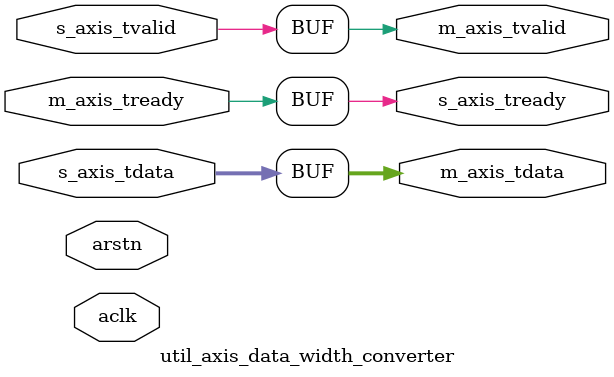
<source format=v>

`timescale 1ns/100ps

module util_axis_data_width_converter #(
    parameter slave_width = 1,
    parameter master_width = 1
  )
  (
    //axi streaming clock and reset.
    input                   aclk,
    input                   arstn,
    //master output axis
    (* mark_debug = "true", keep = "true" *)output [(master_width*8)-1:0] m_axis_tdata,
    (* mark_debug = "true", keep = "true" *)output                        m_axis_tvalid,
    (* mark_debug = "true", keep = "true" *)input                         m_axis_tready,
    //slave input axis
    input  [(slave_width*8)-1:0]  s_axis_tdata,
    input                         s_axis_tvalid,
    output                        s_axis_tready
  );
  
  //genvars
  genvar gen_index;
  
  generate
    //if they are the same... there really isn't a point.
    if(slave_width == master_width) begin
      assign m_axis_tdata  = s_axis_tdata;
      assign m_axis_tvalid = s_axis_tvalid;
      assign s_axis_tready = m_axis_tready;
    //slave is smaller, use register build up method.
    end else if(slave_width < master_width) begin
      //buffer
      reg [(slave_width*8)-1:0]  reg_data_buffer[master_width/slave_width-1:0];
      reg         reg_data_valid;
      //counter
      reg [clogb2(master_width):0] counter;
      //index
      reg [clogb2(master_width):0] index;
      
      reg p_m_axis_tready;
      
      //when ready lets let the component feeding us know.
      assign s_axis_tready  = (m_axis_tready | ~p_m_axis_tready) & arstn;
      //send out a reg valid to match reg data
      assign m_axis_tvalid  = reg_data_valid;
      
      //generate wires to connect reg_data_buffer to tdata out. reg_valid selects buffer if data is valid.
      for(gen_index = 0; gen_index < (master_width/slave_width); gen_index = gen_index + 1) begin
        assign m_axis_tdata[(8*slave_width*(gen_index+1))-1:8*slave_width*gen_index] = (reg_data_valid == 1'b1 ? reg_data_buffer[gen_index] : 0);
      end
      
      //process data
      always @(posedge aclk) begin
        //clear all
        if(arstn == 1'b0) begin
          for(index = 0; index < (master_width/slave_width); index = index + 1) begin
            reg_data_buffer[index] <= 0;
          end
          reg_data_valid    <= 0;
          counter           <= (master_width/slave_width)-1;
          p_m_axis_tready   <= 0;
        end else begin
          //when ready, 0 out data so we don't send out the same thing over and over.
          //if we are still sending data, the if below will blow this up (in a good way).
          if(m_axis_tready == 1'b1) begin
            reg_data_valid  <= 0;
            //no valid data, so lets 0 out previous to allow a valid assert of data without ready to happen.
            p_m_axis_tready <= 0;
          end
          
          //valid data and we are ready for data, or per axis standard we pump out valid data and wait for ready to continue.
          if((s_axis_tvalid == 1'b1) && (~p_m_axis_tready || m_axis_tready)) begin
            reg_data_buffer[counter] <= s_axis_tdata;
            
            p_m_axis_tready <= 1'b1;
            
            counter <= counter - 1;
            
            if(counter == 0) begin
              counter         <= (master_width/slave_width)-1;
              reg_data_valid  <= 1;
            end
          end
        end
      end
    //slave input is larger then master register method
    end else begin
      //buffer
      reg [(master_width*8)-1:0] reg_data_buffer[slave_width/master_width-1:0];
      reg                        reg_data_valid;
      reg [(master_width*8)-1:0] reg_m_axis_tdata;
      
      //counter
      reg [clogb2(slave_width):0] counter;
      //index
      reg [clogb2(slave_width):0] index;
      
      //split s_axis
      wire [(master_width*8)-1:0] split_s_axis_tdata[slave_width/master_width-1:0];
      
      //m_axis_tready
      reg p_m_axis_tready;
      
      //split slave tdata into pieces the size of master tdata
      for(gen_index = 0; gen_index < (slave_width/master_width); gen_index = gen_index + 1) begin
        assign split_s_axis_tdata[gen_index] = s_axis_tdata[(8*master_width*(gen_index+1))-1:8*master_width*gen_index] ;
      end
      
      //only ready when taking in data or if conditons say so.
      assign s_axis_tready = (counter == 0 ? (~p_m_axis_tready | m_axis_tready) & arstn : 1'b0);
      //output for master axis data
      assign m_axis_tdata  = (reg_data_valid == 1'b1 ? reg_data_buffer[counter] : 0);
      assign m_axis_tvalid = reg_data_valid;
      
      //process data
      always @(posedge aclk) begin
        //clear all
        if(arstn == 1'b0) begin
          for(index = 0; index < (slave_width/master_width); index = index + 1) begin
            reg_data_buffer[index] <= 0;
          end
          reg_data_valid    <= 0;
          reg_m_axis_tdata  <= 0;
          counter           <= 0;
          p_m_axis_tready   <= 0;
        end else begin
          //when ready, 0 out data so we don't send out the same thing over and over.
          //if we are still sending data, the if below will blow this up (in a good way).
          if(m_axis_tready == 1'b1) begin
            reg_data_valid  <= 0;
            //no valid data, so lets 0 out previous to allow a valid assert of data without ready to happen.
            p_m_axis_tready <= 0;
          end
          
          //when data is valid, counter is correct, and we are ready for data
          //(p tready tells if we have ever been, and allows for valid data to be output first if not, per axis standard).
          //Then lets register some new data, and reset the counter to 1 to output this new data starting at its top.
          if((s_axis_tvalid == 1'b1) && (counter == 0) && (~p_m_axis_tready || m_axis_tready)) begin
            for(index = 0; index < (slave_width/master_width); index = index + 1) begin
              reg_data_buffer[index] <= split_s_axis_tdata[index];
            end
            
            counter <= (slave_width/master_width)-1;
            
            reg_data_valid  <= 1'b1;
            
            p_m_axis_tready <= 1'b1;
          end
          
          //only decrease the counter when its not 0 (underrun prevention) and the next core is ready for more data.
          if((counter != 0) && (m_axis_tready == 1'b1)) begin
            counter         <= counter - 1;
            reg_data_valid  <= 1'b1;
            p_m_axis_tready <= 1'b1;
          end         
        end
      end
    end
  endgenerate
  
  //copied from the IEEE 1364-2001 Standard
  function integer clogb2;
    input [31:0] value;
    begin
        value = value - 1;
        for (clogb2 = 0; value > 0; clogb2 = clogb2 + 1) begin
            value = value >> 1;
        end
    end
  endfunction
  
endmodule

</source>
